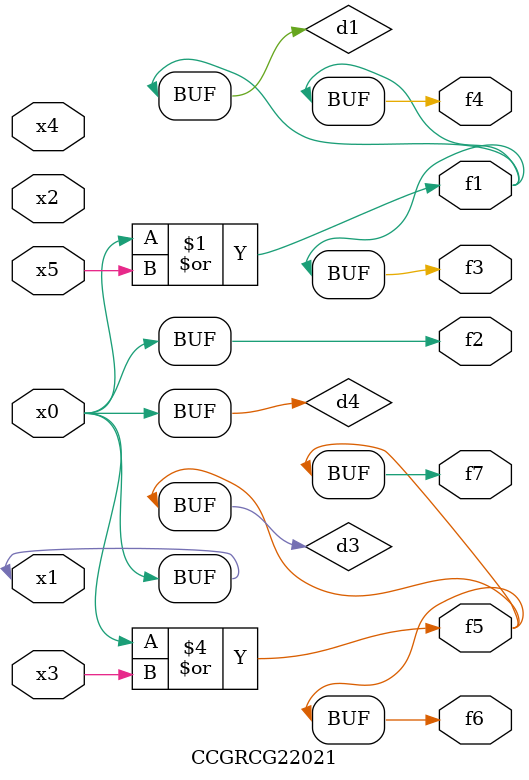
<source format=v>
module CCGRCG22021(
	input x0, x1, x2, x3, x4, x5,
	output f1, f2, f3, f4, f5, f6, f7
);

	wire d1, d2, d3, d4;

	or (d1, x0, x5);
	xnor (d2, x1, x4);
	or (d3, x0, x3);
	buf (d4, x0, x1);
	assign f1 = d1;
	assign f2 = d4;
	assign f3 = d1;
	assign f4 = d1;
	assign f5 = d3;
	assign f6 = d3;
	assign f7 = d3;
endmodule

</source>
